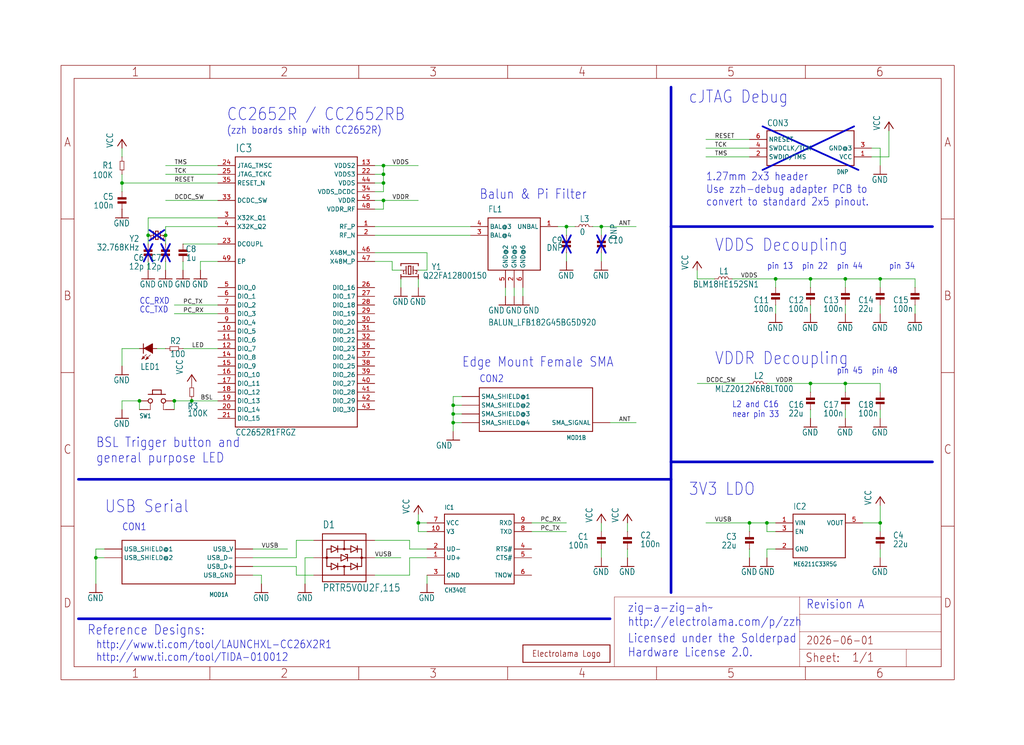
<source format=kicad_sch>
(kicad_sch (version 20230121) (generator eeschema)
  (paper "User" 298.45 217.17)
  (lib_symbols
    (symbol "working-eagle-import:32.768KHZ_Q13FC1350000400"
      (property "Reference" "Y" (at -2.54 5.08 0))
      (symbol "32.768KHZ_Q13FC1350000400_1_0"
        (text "1" (at -2.159 -1.143 0) (effects (font (size 0.8636 0.734)) (justify left bottom)))
        (text "2" (at 1.524 -1.143 0) (effects (font (size 0.8636 0.734)) (justify left bottom)))
        (pin passive line (at -2.54 0 0) (length 0) (name "1") (number "1"))
        (pin passive line (at 2.54 0 180) (length 0) (name "2") (number "2"))
      )
    )
    (symbol "working-eagle-import:48.000MHZ_CX2016DB48000C0FPLC1"
      (property "Reference" "Y" (at -2.54 5.08 0))
      (symbol "48.000MHZ_CX2016DB48000C0FPLC1_1_0"
        (text "1" (at -2.159 -1.143 0) (effects (font (size 0.8636 0.734)) (justify left bottom)))
        (text "2" (at 1.524 -1.143 0) (effects (font (size 0.8636 0.734)) (justify left bottom)))
        (pin passive line (at -2.54 0 0) (length 0) (name "1") (number "1"))
        (pin bidirectional line (at -2.54 -2.54 90) (length 0) (name "2") (number "2"))
        (pin passive line (at 2.54 0 180) (length 0) (name "3") (number "3"))
        (pin bidirectional line (at 2.54 -2.54 90) (length 0) (name "4") (number "4"))
      )
    )
    (symbol "working-eagle-import:A4L-LOC"
      (symbol "A4L-LOC_1_0"
        (text "${#}/${##}" (at 230.505 5.08 0) (effects (font (size 2.54 2.159)) (justify left bottom)))
        (text "${CURRENT_DATE}" (at 217.17 10.16 0) (effects (font (size 2.286 1.9431)) (justify left bottom)))
        (text "${PROJECTNAME}" (at 217.17 15.24 0) (effects (font (size 2.54 2.159)) (justify left bottom)))
        (text "1" (at 21.6958 1.905 0) (effects (font (size 2.54 2.286))))
        (text "1" (at 21.6958 177.165 0) (effects (font (size 2.54 2.286))))
        (text "2" (at 65.0875 1.905 0) (effects (font (size 2.54 2.286))))
        (text "2" (at 65.0875 177.165 0) (effects (font (size 2.54 2.286))))
        (text "3" (at 108.4792 1.905 0) (effects (font (size 2.54 2.286))))
        (text "3" (at 108.4792 177.165 0) (effects (font (size 2.54 2.286))))
        (text "4" (at 151.8708 1.905 0) (effects (font (size 2.54 2.286))))
        (text "4" (at 151.8708 177.165 0) (effects (font (size 2.54 2.286))))
        (text "5" (at 195.2625 1.905 0) (effects (font (size 2.54 2.286))))
        (text "5" (at 195.2625 177.165 0) (effects (font (size 2.54 2.286))))
        (text "6" (at 238.6542 1.905 0) (effects (font (size 2.54 2.286))))
        (text "6" (at 238.6542 177.165 0) (effects (font (size 2.54 2.286))))
        (text "A" (at 1.905 156.6863 0) (effects (font (size 2.54 2.286))))
        (text "A" (at 258.445 156.6863 0) (effects (font (size 2.54 2.286))))
        (text "B" (at 1.905 111.9188 0) (effects (font (size 2.54 2.286))))
        (text "B" (at 258.445 111.9188 0) (effects (font (size 2.54 2.286))))
        (text "C" (at 1.905 67.1513 0) (effects (font (size 2.54 2.286))))
        (text "C" (at 258.445 67.1513 0) (effects (font (size 2.54 2.286))))
        (text "D" (at 1.905 22.3838 0) (effects (font (size 2.54 2.286))))
        (text "D" (at 258.445 22.3838 0) (effects (font (size 2.54 2.286))))
        (text "Sheet:" (at 216.916 4.953 0) (effects (font (size 2.54 2.159)) (justify left bottom)))
      )
    )
    (symbol "working-eagle-import:BALUN_LFB182G45BG5D920"
      (property "Reference" "FL" (at -7.62 7.62 0))
      (symbol "BALUN_LFB182G45BG5D920_1_0"
        (pin bidirectional line (at 12.7 2.54 180) (length 5.08) (name "UNBAL") (number "1"))
        (pin bidirectional line (at 0 -15.24 90) (length 5.08) (name "GND@5") (number "2"))
        (pin bidirectional line (at -12.7 0 0) (length 5.08) (name "BAL@4") (number "3"))
        (pin bidirectional line (at -12.7 2.54 0) (length 5.08) (name "BAL@3") (number "4"))
        (pin bidirectional line (at -2.54 -15.24 90) (length 5.08) (name "GND@2") (number "5"))
        (pin bidirectional line (at 2.54 -15.24 90) (length 5.08) (name "GND@6") (number "6"))
      )
    )
    (symbol "working-eagle-import:CAP-0402"
      (property "Reference" "C" (at -2.54 2.54 0))
      (symbol "CAP-0402_1_0"
        (pin passive line (at -2.54 0 0) (length 0) (name "1") (number "1"))
        (pin passive line (at 2.54 0 180) (length 0) (name "2") (number "2"))
      )
    )
    (symbol "working-eagle-import:CAP-0805"
      (property "Reference" "C" (at -2.54 2.54 0))
      (symbol "CAP-0805_1_0"
        (pin passive line (at -2.54 0 0) (length 0) (name "1") (number "1"))
        (pin passive line (at 2.54 0 180) (length 0) (name "2") (number "2"))
      )
    )
    (symbol "working-eagle-import:DEBUG_CORTEX-SWD/CJTAG-5PIN-CUT5"
      (property "Reference" "CON" (at -12.7 6.35 0))
      (symbol "DEBUG_CORTEX-SWD/CJTAG-5PIN-CUT5_1_0"
        (pin bidirectional line (at 17.78 -2.54 180) (length 5.08) (name "VCC") (number "1"))
        (pin bidirectional line (at -17.78 -2.54 0) (length 5.08) (name "SWDIO/TMS") (number "2"))
        (pin bidirectional line (at 17.78 0 180) (length 5.08) (name "GND@3") (number "3"))
        (pin bidirectional line (at -17.78 0 0) (length 5.08) (name "SWDCLK/TCK") (number "4"))
        (pin bidirectional line (at -17.78 2.54 0) (length 5.08) (name "NRESET") (number "6"))
      )
    )
    (symbol "working-eagle-import:DIODE-TVS-PRTR5V0U2F{dblquote}"
      (property "Reference" "D" (at -5.08 8.255 0))
      (symbol "DIODE-TVS-PRTR5V0U2F{dblquote}_1_0"
        (pin passive line (at -7.62 5.08 0) (length 2.54) (name "1") (number "1"))
        (pin passive line (at -7.62 0 0) (length 2.54) (name "2") (number "2"))
        (pin passive line (at -7.62 -5.08 0) (length 2.54) (name "3") (number "3"))
        (pin passive line (at 10.16 -5.08 180) (length 2.54) (name "4") (number "4"))
        (pin passive line (at 10.16 0 180) (length 2.54) (name "5") (number "5"))
        (pin passive line (at 10.16 5.08 180) (length 2.54) (name "6") (number "6"))
      )
    )
    (symbol "working-eagle-import:GND" (power)
      (property "Value" "GND" (at -2.54 -2.54 0))
      (symbol "GND_1_0"
        (pin power_in line (at 0 2.54 270) (length 2.54) (name "GND") (number "1"))
      )
    )
    (symbol "working-eagle-import:INDUCTOR-0402"
      (property "Reference" "L" (at -2.54 1.27 0))
      (symbol "INDUCTOR-0402_1_0"
        (pin passive line (at -2.54 0 0) (length 0) (name "1") (number "1"))
        (pin passive line (at 2.54 0 180) (length 0) (name "2") (number "2"))
      )
    )
    (symbol "working-eagle-import:INDUCTOR-0603"
      (property "Reference" "L" (at -2.54 1.27 0))
      (symbol "INDUCTOR-0603_1_0"
        (pin passive line (at -2.54 0 0) (length 0) (name "1") (number "1"))
        (pin passive line (at 2.54 0 180) (length 0) (name "2") (number "2"))
      )
    )
    (symbol "working-eagle-import:INDUCTOR-0805"
      (property "Reference" "L" (at -2.54 1.27 0))
      (symbol "INDUCTOR-0805_1_0"
        (pin passive line (at -2.54 0 0) (length 0) (name "1") (number "1"))
        (pin passive line (at 2.54 0 180) (length 0) (name "2") (number "2"))
      )
    )
    (symbol "working-eagle-import:INTERFACE-CH340E"
      (property "Reference" "U" (at -10.16 11.43 0))
      (symbol "INTERFACE-CH340E_1_0"
        (pin bidirectional line (at -15.24 -2.54 0) (length 5.08) (name "UD+") (number "1"))
        (pin bidirectional line (at -15.24 5.08 0) (length 5.08) (name "V3") (number "10"))
        (pin bidirectional line (at -15.24 0 0) (length 5.08) (name "UD-") (number "2"))
        (pin bidirectional line (at -15.24 -7.62 0) (length 5.08) (name "GND") (number "3"))
        (pin bidirectional line (at 15.24 0 180) (length 5.08) (name "RTS#") (number "4"))
        (pin bidirectional line (at 15.24 -2.54 180) (length 5.08) (name "CTS#") (number "5"))
        (pin bidirectional line (at 15.24 -7.62 180) (length 5.08) (name "TNOW") (number "6"))
        (pin bidirectional line (at -15.24 7.62 0) (length 5.08) (name "VCC") (number "7"))
        (pin bidirectional line (at 15.24 5.08 180) (length 5.08) (name "TXD") (number "8"))
        (pin bidirectional line (at 15.24 7.62 180) (length 5.08) (name "RXD") (number "9"))
      )
    )
    (symbol "working-eagle-import:LED-0603"
      (property "Reference" "LED" (at -2.3114 3.9116 0))
      (symbol "LED-0603_1_0"
        (pin passive line (at -2.54 0 0) (length 2.54) (name "A") (number "A"))
        (pin passive line (at 2.54 0 180) (length 2.54) (name "C") (number "C"))
      )
    )
    (symbol "working-eagle-import:LOGO-ELECTROLAMA"
      (symbol "LOGO-ELECTROLAMA_1_0"
        (text "Electrolama Logo" (at 0 0 0) (effects (font (size 1.778 1.5113))))
      )
    )
    (symbol "working-eagle-import:POWER-LDO-ME6211C33R5G"
      (property "Reference" "IC" (at -7.62 6.35 0))
      (symbol "POWER-LDO-ME6211C33R5G_1_0"
        (pin bidirectional line (at -12.7 2.54 0) (length 5.08) (name "VIN") (number "1"))
        (pin bidirectional line (at -12.7 -5.08 0) (length 5.08) (name "GND") (number "2"))
        (pin bidirectional line (at -12.7 0 0) (length 5.08) (name "EN") (number "3"))
        (pin bidirectional line (at 12.7 2.54 180) (length 5.08) (name "VOUT") (number "5"))
      )
    )
    (symbol "working-eagle-import:PUSHBUTTON-K2-1177SW-D4DW-06"
      (property "Reference" "SW" (at 3.175 3.175 0))
      (symbol "PUSHBUTTON-K2-1177SW-D4DW-06_1_0"
        (pin bidirectional line (at -5.08 0 0) (length 2.54) (name "1_1") (number "1"))
        (pin bidirectional line (at -5.08 -2.54 0) (length 2.54) (name "1_2") (number "2"))
        (pin bidirectional line (at 5.08 0 180) (length 2.54) (name "2_1") (number "3"))
        (pin bidirectional line (at 5.08 -2.54 180) (length 2.54) (name "2_2") (number "4"))
      )
    )
    (symbol "working-eagle-import:RES-0402"
      (property "Reference" "R" (at -2.54 1.27 0))
      (symbol "RES-0402_1_0"
        (pin passive line (at -2.54 0 0) (length 0) (name "1") (number "1"))
        (pin passive line (at 2.54 0 180) (length 0) (name "2") (number "2"))
      )
    )
    (symbol "working-eagle-import:VCC" (power)
      (property "Value" "VCC" (at -2.54 -2.54 90))
      (symbol "VCC_1_0"
        (pin power_in line (at 0 -2.54 90) (length 2.54) (name "VCC") (number "1"))
      )
    )
    (symbol "working-eagle-import:WMCU-CC2652R1FRGZ"
      (property "Reference" "IC" (at -17.78 39.37 0))
      (symbol "WMCU-CC2652R1FRGZ_1_0"
        (pin bidirectional line (at 22.86 17.78 180) (length 5.08) (name "RF_P") (number "1"))
        (pin bidirectional line (at -22.86 -12.7 0) (length 5.08) (name "DIO_5") (number "10"))
        (pin bidirectional line (at -22.86 -15.24 0) (length 5.08) (name "DIO_6") (number "11"))
        (pin bidirectional line (at -22.86 -17.78 0) (length 5.08) (name "DIO_7") (number "12"))
        (pin bidirectional line (at 22.86 35.56 180) (length 5.08) (name "VDDS2") (number "13"))
        (pin bidirectional line (at -22.86 -20.32 0) (length 5.08) (name "DIO_8") (number "14"))
        (pin bidirectional line (at -22.86 -22.86 0) (length 5.08) (name "DIO_9") (number "15"))
        (pin bidirectional line (at -22.86 -25.4 0) (length 5.08) (name "DIO_10") (number "16"))
        (pin bidirectional line (at -22.86 -27.94 0) (length 5.08) (name "DIO_11") (number "17"))
        (pin bidirectional line (at -22.86 -30.48 0) (length 5.08) (name "DIO_12") (number "18"))
        (pin bidirectional line (at -22.86 -33.02 0) (length 5.08) (name "DIO_13") (number "19"))
        (pin bidirectional line (at 22.86 15.24 180) (length 5.08) (name "RF_N") (number "2"))
        (pin bidirectional line (at -22.86 -35.56 0) (length 5.08) (name "DIO_14") (number "20"))
        (pin bidirectional line (at -22.86 -38.1 0) (length 5.08) (name "DIO_15") (number "21"))
        (pin bidirectional line (at 22.86 33.02 180) (length 5.08) (name "VDDS3") (number "22"))
        (pin bidirectional line (at -22.86 12.7 0) (length 5.08) (name "DCOUPL") (number "23"))
        (pin bidirectional line (at -22.86 35.56 0) (length 5.08) (name "JTAG_TMSC") (number "24"))
        (pin bidirectional line (at -22.86 33.02 0) (length 5.08) (name "JTAG_TCKC") (number "25"))
        (pin bidirectional line (at 22.86 0 180) (length 5.08) (name "DIO_16") (number "26"))
        (pin bidirectional line (at 22.86 -2.54 180) (length 5.08) (name "DIO_17") (number "27"))
        (pin bidirectional line (at 22.86 -5.08 180) (length 5.08) (name "DIO_18") (number "28"))
        (pin bidirectional line (at 22.86 -7.62 180) (length 5.08) (name "DIO_19") (number "29"))
        (pin bidirectional line (at -22.86 20.32 0) (length 5.08) (name "X32K_Q1") (number "3"))
        (pin bidirectional line (at 22.86 -10.16 180) (length 5.08) (name "DIO_20") (number "30"))
        (pin bidirectional line (at 22.86 -12.7 180) (length 5.08) (name "DIO_21") (number "31"))
        (pin bidirectional line (at 22.86 -15.24 180) (length 5.08) (name "DIO_22") (number "32"))
        (pin bidirectional line (at -22.86 25.4 0) (length 5.08) (name "DCDC_SW") (number "33"))
        (pin bidirectional line (at 22.86 27.94 180) (length 5.08) (name "VDDS_DCDC") (number "34"))
        (pin bidirectional line (at -22.86 30.48 0) (length 5.08) (name "RESET_N") (number "35"))
        (pin bidirectional line (at 22.86 -17.78 180) (length 5.08) (name "DIO_23") (number "36"))
        (pin bidirectional line (at 22.86 -20.32 180) (length 5.08) (name "DIO_24") (number "37"))
        (pin bidirectional line (at 22.86 -22.86 180) (length 5.08) (name "DIO_25") (number "38"))
        (pin bidirectional line (at 22.86 -25.4 180) (length 5.08) (name "DIO_26") (number "39"))
        (pin bidirectional line (at -22.86 17.78 0) (length 5.08) (name "X32K_Q2") (number "4"))
        (pin bidirectional line (at 22.86 -27.94 180) (length 5.08) (name "DIO_27") (number "40"))
        (pin bidirectional line (at 22.86 -30.48 180) (length 5.08) (name "DIO_28") (number "41"))
        (pin bidirectional line (at 22.86 -33.02 180) (length 5.08) (name "DIO_29") (number "42"))
        (pin bidirectional line (at 22.86 -35.56 180) (length 5.08) (name "DIO_30") (number "43"))
        (pin bidirectional line (at 22.86 30.48 180) (length 5.08) (name "VDDS") (number "44"))
        (pin bidirectional line (at 22.86 25.4 180) (length 5.08) (name "VDDR") (number "45"))
        (pin bidirectional line (at 22.86 10.16 180) (length 5.08) (name "X48M_N") (number "46"))
        (pin bidirectional line (at 22.86 7.62 180) (length 5.08) (name "X48M_P") (number "47"))
        (pin bidirectional line (at 22.86 22.86 180) (length 5.08) (name "VDDR_RF") (number "48"))
        (pin bidirectional line (at -22.86 7.62 0) (length 5.08) (name "EP") (number "49"))
        (pin bidirectional line (at -22.86 0 0) (length 5.08) (name "DIO_0") (number "5"))
        (pin bidirectional line (at -22.86 -2.54 0) (length 5.08) (name "DIO_1") (number "6"))
        (pin bidirectional line (at -22.86 -5.08 0) (length 5.08) (name "DIO_2") (number "7"))
        (pin bidirectional line (at -22.86 -7.62 0) (length 5.08) (name "DIO_3") (number "8"))
        (pin bidirectional line (at -22.86 -10.16 0) (length 5.08) (name "DIO_4") (number "9"))
      )
    )
    (symbol "working-eagle-import:ZZH_MODULE"
      (property "Reference" "MOD" (at -17.78 6.35 0))
      (symbol "ZZH_MODULE_1_0"
        (pin bidirectional line (at 20.32 -2.54 180) (length 5.08) (name "USB_D+") (number "USB_D+"))
        (pin bidirectional line (at 20.32 0 180) (length 5.08) (name "USB_D-") (number "USB_D-"))
        (pin bidirectional line (at 20.32 -5.08 180) (length 5.08) (name "USB_GND") (number "USB_GND"))
        (pin bidirectional line (at -22.86 2.54 0) (length 5.08) (name "USB_SHIELD@1") (number "USB_SHIELD_1"))
        (pin bidirectional line (at -22.86 0 0) (length 5.08) (name "USB_SHIELD@2") (number "USB_SHIELD_2"))
        (pin bidirectional line (at 20.32 2.54 180) (length 5.08) (name "USB_V") (number "USB_V"))
      )
      (symbol "ZZH_MODULE_2_0"
        (pin bidirectional line (at -22.86 2.54 0) (length 5.08) (name "SMA_SHIELD@1") (number "SMA_SHIELD_1"))
        (pin bidirectional line (at -22.86 0 0) (length 5.08) (name "SMA_SHIELD@2") (number "SMA_SHIELD_2"))
        (pin bidirectional line (at -22.86 -2.54 0) (length 5.08) (name "SMA_SHIELD@3") (number "SMA_SHIELD_3"))
        (pin bidirectional line (at -22.86 -5.08 0) (length 5.08) (name "SMA_SHIELD@4") (number "SMA_SHIELD_4"))
        (pin bidirectional line (at 20.32 -5.08 180) (length 5.08) (name "SMA_SIGNAL") (number "SMA_SIGNAL"))
      )
    )
  )
  (junction (at 256.54 81.28))
  (junction (at 165.1 66.04))
  (junction (at 111.76 50.8))
  (junction (at 121.92 152.4))
  (junction (at 48.26 68.58))
  (junction (at 43.18 68.58))
  (junction (at 111.76 53.34))
  (junction (at 50.8 116.84))
  (junction (at 236.22 111.76))
  (junction (at 40.64 116.84))
  (junction (at 132.08 120.65))
  (junction (at 27.94 162.56))
  (junction (at 175.26 66.04))
  (junction (at 132.08 118.11))
  (junction (at 35.56 53.34))
  (junction (at 223.52 152.4))
  (junction (at 132.08 123.19))
  (junction (at 256.54 152.4))
  (junction (at 111.76 48.26))
  (junction (at 226.06 81.28))
  (junction (at 246.38 81.28))
  (junction (at 246.38 111.76))
  (junction (at 218.44 152.4))
  (junction (at 55.88 116.84))
  (junction (at 111.76 58.42))
  (junction (at 236.22 81.28))
  (wire (pts (xy 86.36 162.56) (xy 86.36 157.48)) (stroke (width 0.1524)))
  (wire (pts (xy 40.64 119.38) (xy 40.64 116.84)) (stroke (width 0.1524)))
  (polyline (pts (xy 195.58 66.04) (xy 195.58 134.62)) (stroke (width 0.762) (type solid)))
  (wire (pts (xy 137.16 66.04) (xy 109.22 66.04)) (stroke (width 0.1524)))
  (wire (pts (xy 134.62 120.65) (xy 132.08 120.65)) (stroke (width 0.1524)))
  (wire (pts (xy 218.44 152.4) (xy 205.74 152.4)) (stroke (width 0.1524)))
  (polyline (pts (xy 166.37 68.58) (xy 163.83 73.66)) (stroke (width 0.508) (type solid)))
  (wire (pts (xy 121.92 154.94) (xy 121.92 152.4)) (stroke (width 0.1524)))
  (wire (pts (xy 58.42 78.74) (xy 58.42 76.2)) (stroke (width 0.1524)))
  (wire (pts (xy 256.54 111.76) (xy 256.54 114.3)) (stroke (width 0.1524)))
  (wire (pts (xy 124.46 73.66) (xy 124.46 78.74)) (stroke (width 0.1524)))
  (polyline (pts (xy 41.91 71.12) (xy 44.45 76.2)) (stroke (width 0.508) (type solid)))
  (wire (pts (xy 236.22 111.76) (xy 246.38 111.76)) (stroke (width 0.1524)))
  (polyline (pts (xy 173.99 68.58) (xy 176.53 73.66)) (stroke (width 0.508) (type solid)))
  (wire (pts (xy 266.7 81.28) (xy 266.7 83.82)) (stroke (width 0.1524)))
  (wire (pts (xy 109.22 53.34) (xy 111.76 53.34)) (stroke (width 0.1524)))
  (wire (pts (xy 116.84 83.82) (xy 116.84 81.28)) (stroke (width 0.1524)))
  (wire (pts (xy 63.5 71.12) (xy 53.34 71.12)) (stroke (width 0.1524)))
  (wire (pts (xy 223.52 152.4) (xy 226.06 152.4)) (stroke (width 0.1524)))
  (wire (pts (xy 203.2 81.28) (xy 203.2 78.74)) (stroke (width 0.1524)))
  (wire (pts (xy 91.44 162.56) (xy 88.9 162.56)) (stroke (width 0.1524)))
  (wire (pts (xy 251.46 152.4) (xy 256.54 152.4)) (stroke (width 0.1524)))
  (wire (pts (xy 132.08 120.65) (xy 132.08 123.19)) (stroke (width 0.1524)))
  (wire (pts (xy 48.26 76.2) (xy 48.26 78.74)) (stroke (width 0.1524)))
  (polyline (pts (xy 47.879 67.056) (xy 43.561 70.104)) (stroke (width 0.508) (type solid)))
  (wire (pts (xy 27.94 162.56) (xy 27.94 170.18)) (stroke (width 0.1524)))
  (polyline (pts (xy 195.58 134.62) (xy 271.78 134.62)) (stroke (width 0.762) (type solid)))
  (polyline (pts (xy 49.53 71.12) (xy 46.99 76.2)) (stroke (width 0.508) (type solid)))
  (polyline (pts (xy 195.58 25.4) (xy 195.58 66.04)) (stroke (width 0.762) (type solid)))
  (wire (pts (xy 236.22 114.3) (xy 236.22 111.76)) (stroke (width 0.1524)))
  (wire (pts (xy 119.38 157.48) (xy 119.38 160.02)) (stroke (width 0.1524)))
  (wire (pts (xy 236.22 91.44) (xy 236.22 88.9)) (stroke (width 0.1524)))
  (wire (pts (xy 213.36 81.28) (xy 226.06 81.28)) (stroke (width 0.1524)))
  (wire (pts (xy 208.28 81.28) (xy 203.2 81.28)) (stroke (width 0.1524)))
  (wire (pts (xy 218.44 45.72) (xy 205.74 45.72)) (stroke (width 0.1524)))
  (wire (pts (xy 149.86 86.36) (xy 149.86 83.82)) (stroke (width 0.1524)))
  (wire (pts (xy 152.4 86.36) (xy 152.4 83.82)) (stroke (width 0.1524)))
  (wire (pts (xy 73.66 162.56) (xy 86.36 162.56)) (stroke (width 0.1524)))
  (wire (pts (xy 266.7 91.44) (xy 266.7 88.9)) (stroke (width 0.1524)))
  (wire (pts (xy 218.44 111.76) (xy 203.2 111.76)) (stroke (width 0.1524)))
  (wire (pts (xy 218.44 40.64) (xy 205.74 40.64)) (stroke (width 0.1524)))
  (wire (pts (xy 88.9 162.56) (xy 88.9 170.18)) (stroke (width 0.1524)))
  (wire (pts (xy 45.72 101.6) (xy 48.26 101.6)) (stroke (width 0.1524)))
  (wire (pts (xy 226.06 81.28) (xy 236.22 81.28)) (stroke (width 0.1524)))
  (wire (pts (xy 124.46 154.94) (xy 121.92 154.94)) (stroke (width 0.1524)))
  (wire (pts (xy 256.54 83.82) (xy 256.54 81.28)) (stroke (width 0.1524)))
  (polyline (pts (xy 44.45 71.12) (xy 41.91 76.2)) (stroke (width 0.508) (type solid)))
  (wire (pts (xy 63.5 91.44) (xy 50.8 91.44)) (stroke (width 0.1524)))
  (polyline (pts (xy 22.86 139.7) (xy 195.58 139.7)) (stroke (width 0.762) (type solid)))
  (polyline (pts (xy 176.53 68.58) (xy 173.99 73.66)) (stroke (width 0.508) (type solid)))
  (wire (pts (xy 43.18 71.12) (xy 43.18 68.58)) (stroke (width 0.1524)))
  (wire (pts (xy 134.62 118.11) (xy 132.08 118.11)) (stroke (width 0.1524)))
  (wire (pts (xy 116.84 78.74) (xy 114.3 78.74)) (stroke (width 0.1524)))
  (polyline (pts (xy 222.25 36.83) (xy 250.19 49.53)) (stroke (width 0.508) (type solid)))
  (wire (pts (xy 182.88 152.4) (xy 182.88 154.94)) (stroke (width 0.1524)))
  (wire (pts (xy 55.88 116.84) (xy 63.5 116.84)) (stroke (width 0.1524)))
  (wire (pts (xy 175.26 68.58) (xy 175.26 66.04)) (stroke (width 0.1524)))
  (wire (pts (xy 35.56 101.6) (xy 35.56 106.68)) (stroke (width 0.1524)))
  (wire (pts (xy 111.76 55.88) (xy 111.76 53.34)) (stroke (width 0.1524)))
  (wire (pts (xy 114.3 78.74) (xy 114.3 76.2)) (stroke (width 0.1524)))
  (wire (pts (xy 111.76 50.8) (xy 111.76 48.26)) (stroke (width 0.1524)))
  (wire (pts (xy 43.18 76.2) (xy 43.18 78.74)) (stroke (width 0.1524)))
  (polyline (pts (xy 46.99 71.12) (xy 49.53 76.2)) (stroke (width 0.508) (type solid)))
  (wire (pts (xy 154.94 152.4) (xy 165.1 152.4)) (stroke (width 0.1524)))
  (wire (pts (xy 256.54 81.28) (xy 266.7 81.28)) (stroke (width 0.1524)))
  (wire (pts (xy 63.5 88.9) (xy 50.8 88.9)) (stroke (width 0.1524)))
  (wire (pts (xy 119.38 160.02) (xy 124.46 160.02)) (stroke (width 0.1524)))
  (wire (pts (xy 114.3 76.2) (xy 109.22 76.2)) (stroke (width 0.1524)))
  (wire (pts (xy 86.36 165.1) (xy 86.36 167.64)) (stroke (width 0.1524)))
  (wire (pts (xy 185.42 66.04) (xy 175.26 66.04)) (stroke (width 0.1524)))
  (wire (pts (xy 109.22 60.96) (xy 111.76 60.96)) (stroke (width 0.1524)))
  (wire (pts (xy 259.08 45.72) (xy 259.08 38.1)) (stroke (width 0.1524)))
  (wire (pts (xy 58.42 76.2) (xy 63.5 76.2)) (stroke (width 0.1524)))
  (wire (pts (xy 246.38 121.92) (xy 246.38 119.38)) (stroke (width 0.1524)))
  (wire (pts (xy 218.44 154.94) (xy 218.44 152.4)) (stroke (width 0.1524)))
  (wire (pts (xy 218.44 43.18) (xy 205.74 43.18)) (stroke (width 0.1524)))
  (wire (pts (xy 109.22 162.56) (xy 116.84 162.56)) (stroke (width 0.1524)))
  (wire (pts (xy 256.54 160.02) (xy 256.54 162.56)) (stroke (width 0.1524)))
  (polyline (pts (xy 195.58 139.7) (xy 195.58 172.72)) (stroke (width 0.762) (type solid)))
  (wire (pts (xy 175.26 76.2) (xy 175.26 73.66)) (stroke (width 0.1524)))
  (wire (pts (xy 35.56 50.8) (xy 35.56 53.34)) (stroke (width 0.1524)))
  (wire (pts (xy 48.26 71.12) (xy 48.26 68.58)) (stroke (width 0.1524)))
  (wire (pts (xy 76.2 167.64) (xy 76.2 170.18)) (stroke (width 0.1524)))
  (wire (pts (xy 172.72 66.04) (xy 175.26 66.04)) (stroke (width 0.1524)))
  (wire (pts (xy 43.18 63.5) (xy 43.18 68.58)) (stroke (width 0.1524)))
  (wire (pts (xy 223.52 160.02) (xy 223.52 162.56)) (stroke (width 0.1524)))
  (wire (pts (xy 137.16 68.58) (xy 109.22 68.58)) (stroke (width 0.1524)))
  (wire (pts (xy 124.46 162.56) (xy 119.38 162.56)) (stroke (width 0.1524)))
  (wire (pts (xy 218.44 160.02) (xy 218.44 162.56)) (stroke (width 0.1524)))
  (polyline (pts (xy 222.25 49.53) (xy 248.92 36.83)) (stroke (width 0.508) (type solid)))
  (wire (pts (xy 226.06 83.82) (xy 226.06 81.28)) (stroke (width 0.1524)))
  (wire (pts (xy 53.34 76.2) (xy 53.34 78.74)) (stroke (width 0.1524)))
  (wire (pts (xy 86.36 167.64) (xy 91.44 167.64)) (stroke (width 0.1524)))
  (wire (pts (xy 246.38 114.3) (xy 246.38 111.76)) (stroke (width 0.1524)))
  (wire (pts (xy 223.52 111.76) (xy 236.22 111.76)) (stroke (width 0.1524)))
  (wire (pts (xy 63.5 48.26) (xy 48.26 48.26)) (stroke (width 0.1524)))
  (wire (pts (xy 30.48 162.56) (xy 27.94 162.56)) (stroke (width 0.1524)))
  (wire (pts (xy 109.22 48.26) (xy 111.76 48.26)) (stroke (width 0.1524)))
  (wire (pts (xy 109.22 55.88) (xy 111.76 55.88)) (stroke (width 0.1524)))
  (wire (pts (xy 167.64 66.04) (xy 165.1 66.04)) (stroke (width 0.1524)))
  (wire (pts (xy 246.38 111.76) (xy 256.54 111.76)) (stroke (width 0.1524)))
  (wire (pts (xy 226.06 91.44) (xy 226.06 88.9)) (stroke (width 0.1524)))
  (wire (pts (xy 27.94 160.02) (xy 27.94 162.56)) (stroke (width 0.1524)))
  (wire (pts (xy 53.34 101.6) (xy 63.5 101.6)) (stroke (width 0.1524)))
  (wire (pts (xy 226.06 154.94) (xy 223.52 154.94)) (stroke (width 0.1524)))
  (wire (pts (xy 256.54 43.18) (xy 256.54 48.26)) (stroke (width 0.1524)))
  (polyline (pts (xy 163.83 68.58) (xy 166.37 73.66)) (stroke (width 0.508) (type solid)))
  (wire (pts (xy 165.1 68.58) (xy 165.1 66.04)) (stroke (width 0.1524)))
  (wire (pts (xy 254 45.72) (xy 259.08 45.72)) (stroke (width 0.1524)))
  (wire (pts (xy 124.46 152.4) (xy 121.92 152.4)) (stroke (width 0.1524)))
  (wire (pts (xy 109.22 50.8) (xy 111.76 50.8)) (stroke (width 0.1524)))
  (wire (pts (xy 236.22 83.82) (xy 236.22 81.28)) (stroke (width 0.1524)))
  (wire (pts (xy 63.5 53.34) (xy 35.56 53.34)) (stroke (width 0.1524)))
  (wire (pts (xy 121.92 83.82) (xy 121.92 81.28)) (stroke (width 0.1524)))
  (wire (pts (xy 147.32 86.36) (xy 147.32 83.82)) (stroke (width 0.1524)))
  (wire (pts (xy 63.5 63.5) (xy 43.18 63.5)) (stroke (width 0.1524)))
  (wire (pts (xy 124.46 167.64) (xy 124.46 170.18)) (stroke (width 0.1524)))
  (wire (pts (xy 73.66 160.02) (xy 83.82 160.02)) (stroke (width 0.1524)))
  (wire (pts (xy 35.56 53.34) (xy 35.56 55.88)) (stroke (width 0.1524)))
  (wire (pts (xy 35.56 116.84) (xy 35.56 119.38)) (stroke (width 0.1524)))
  (wire (pts (xy 134.62 115.57) (xy 132.08 115.57)) (stroke (width 0.1524)))
  (wire (pts (xy 256.54 147.32) (xy 256.54 152.4)) (stroke (width 0.1524)))
  (wire (pts (xy 165.1 76.2) (xy 165.1 73.66)) (stroke (width 0.1524)))
  (wire (pts (xy 63.5 58.42) (xy 48.26 58.42)) (stroke (width 0.1524)))
  (wire (pts (xy 165.1 66.04) (xy 162.56 66.04)) (stroke (width 0.1524)))
  (wire (pts (xy 40.64 101.6) (xy 35.56 101.6)) (stroke (width 0.1524)))
  (wire (pts (xy 226.06 160.02) (xy 223.52 160.02)) (stroke (width 0.1524)))
  (wire (pts (xy 256.54 91.44) (xy 256.54 88.9)) (stroke (width 0.1524)))
  (wire (pts (xy 48.26 66.04) (xy 48.26 68.58)) (stroke (width 0.1524)))
  (wire (pts (xy 175.26 152.4) (xy 175.26 154.94)) (stroke (width 0.1524)))
  (polyline (pts (xy 43.561 67.056) (xy 47.879 70.104)) (stroke (width 0.508) (type solid)))
  (wire (pts (xy 134.62 123.19) (xy 132.08 123.19)) (stroke (width 0.1524)))
  (wire (pts (xy 121.92 152.4) (xy 121.92 149.86)) (stroke (width 0.1524)))
  (wire (pts (xy 73.66 165.1) (xy 86.36 165.1)) (stroke (width 0.1524)))
  (wire (pts (xy 132.08 123.19) (xy 132.08 125.73)) (stroke (width 0.1524)))
  (polyline (pts (xy 195.58 134.62) (xy 195.58 139.7)) (stroke (width 0.762) (type solid)))
  (wire (pts (xy 177.8 123.19) (xy 185.42 123.19)) (stroke (width 0.1524)))
  (wire (pts (xy 35.56 43.18) (xy 35.56 45.72)) (stroke (width 0.1524)))
  (wire (pts (xy 30.48 160.02) (xy 27.94 160.02)) (stroke (width 0.1524)))
  (wire (pts (xy 111.76 60.96) (xy 111.76 58.42)) (stroke (width 0.1524)))
  (wire (pts (xy 175.26 162.56) (xy 175.26 160.02)) (stroke (width 0.1524)))
  (wire (pts (xy 111.76 48.26) (xy 121.92 48.26)) (stroke (width 0.1524)))
  (wire (pts (xy 50.8 116.84) (xy 55.88 116.84)) (stroke (width 0.1524)))
  (wire (pts (xy 182.88 162.56) (xy 182.88 160.02)) (stroke (width 0.1524)))
  (wire (pts (xy 124.46 78.74) (xy 121.92 78.74)) (stroke (width 0.1524)))
  (wire (pts (xy 132.08 115.57) (xy 132.08 118.11)) (stroke (width 0.1524)))
  (wire (pts (xy 223.52 154.94) (xy 223.52 152.4)) (stroke (width 0.1524)))
  (wire (pts (xy 63.5 66.04) (xy 48.26 66.04)) (stroke (width 0.1524)))
  (wire (pts (xy 246.38 91.44) (xy 246.38 88.9)) (stroke (width 0.1524)))
  (wire (pts (xy 119.38 162.56) (xy 119.38 167.64)) (stroke (width 0.1524)))
  (wire (pts (xy 50.8 119.38) (xy 50.8 116.84)) (stroke (width 0.1524)))
  (wire (pts (xy 256.54 152.4) (xy 256.54 154.94)) (stroke (width 0.1524)))
  (polyline (pts (xy 22.86 180.34) (xy 177.8 180.34)) (stroke (width 0.762) (type solid)))
  (wire (pts (xy 109.22 58.42) (xy 111.76 58.42)) (stroke (width 0.1524)))
  (wire (pts (xy 73.66 167.64) (xy 76.2 167.64)) (stroke (width 0.1524)))
  (wire (pts (xy 132.08 118.11) (xy 132.08 120.65)) (stroke (width 0.1524)))
  (wire (pts (xy 109.22 157.48) (xy 119.38 157.48)) (stroke (width 0.1524)))
  (wire (pts (xy 40.64 116.84) (xy 35.56 116.84)) (stroke (width 0.1524)))
  (wire (pts (xy 236.22 121.92) (xy 236.22 119.38)) (stroke (width 0.1524)))
  (wire (pts (xy 236.22 81.28) (xy 246.38 81.28)) (stroke (width 0.1524)))
  (wire (pts (xy 256.54 121.92) (xy 256.54 119.38)) (stroke (width 0.1524)))
  (wire (pts (xy 86.36 157.48) (xy 91.44 157.48)) (stroke (width 0.1524)))
  (wire (pts (xy 109.22 73.66) (xy 124.46 73.66)) (stroke (width 0.1524)))
  (wire (pts (xy 111.76 53.34) (xy 111.76 50.8)) (stroke (width 0.1524)))
  (polyline (pts (xy 195.58 66.04) (xy 271.78 66.04)) (stroke (width 0.762) (type solid)))
  (wire (pts (xy 246.38 83.82) (xy 246.38 81.28)) (stroke (width 0.1524)))
  (wire (pts (xy 246.38 81.28) (xy 256.54 81.28)) (stroke (width 0.1524)))
  (wire (pts (xy 256.54 43.18) (xy 254 43.18)) (stroke (width 0.1524)))
  (wire (pts (xy 111.76 58.42) (xy 121.92 58.42)) (stroke (width 0.1524)))
  (wire (pts (xy 109.22 167.64) (xy 119.38 167.64)) (stroke (width 0.1524)))
  (wire (pts (xy 63.5 50.8) (xy 48.26 50.8)) (stroke (width 0.1524)))
  (wire (pts (xy 218.44 152.4) (xy 223.52 152.4)) (stroke (width 0.1524)))
  (wire (pts (xy 154.94 154.94) (xy 165.1 154.94)) (stroke (width 0.1524)))
  (text "BSL Trigger button and\ngeneral purpose LED" (at 27.94 135.255 0) (effects (font (size 2.794 2.3749)) (justify left bottom)))
  (text "pin 34" (at 259.08 78.74 0) (effects (font (size 1.778 1.5113)) (justify left bottom)))
  (text "Reference Designs:" (at 25.4 185.42 0) (effects (font (size 2.794 2.3749)) (justify left bottom)))
  (text "CC2652R / CC2652RB" (at 66.04 35.56 0) (effects (font (size 3.556 3.0226)) (justify left bottom)))
  (text "pin 48" (at 254 109.22 0) (effects (font (size 1.778 1.5113)) (justify left bottom)))
  (text "pin 22" (at 233.68 78.74 0) (effects (font (size 1.778 1.5113)) (justify left bottom)))
  (text "CON2" (at 139.7 111.76 0) (effects (font (size 2.032 1.7272)) (justify left bottom)))
  (text "pin 44" (at 243.84 78.74 0) (effects (font (size 1.778 1.5113)) (justify left bottom)))
  (text "Licensed under the Solderpad\nHardware License 2.0." (at 182.88 191.77 0) (effects (font (size 2.54 2.159)) (justify left bottom)))
  (text "3V3 LDO" (at 200.66 144.78 0) (effects (font (size 3.556 3.0226)) (justify left bottom)))
  (text "CC_TXD" (at 40.64 91.44 0) (effects (font (size 1.778 1.5113)) (justify left bottom)))
  (text "1.27mm 2x3 header\nUse zzh-debug adapter PCB to\nconvert to standard 2x5 pinout." (at 205.74 60.325 0) (effects (font (size 2.286 1.9431)) (justify left bottom)))
  (text "VDDR Decoupling" (at 208.28 106.68 0) (effects (font (size 3.556 3.0226)) (justify left bottom)))
  (text "CON1" (at 35.56 154.94 0) (effects (font (size 2.032 1.7272)) (justify left bottom)))
  (text "http://www.ti.com/tool/LAUNCHXL-CC26X2R1\nhttp://www.ti.com/tool/TIDA-010012" (at 27.94 193.04 0) (effects (font (size 2.286 1.9431)) (justify left bottom)))
  (text "Revision A" (at 234.95 177.8 0) (effects (font (size 2.54 2.159)) (justify left bottom)))
  (text "Edge Mount Female SMA" (at 134.62 107.315 0) (effects (font (size 2.794 2.3749)) (justify left bottom)))
  (text "pin 45" (at 243.84 109.22 0) (effects (font (size 1.778 1.5113)) (justify left bottom)))
  (text "(zzh boards ship with CC2652R)" (at 66.04 39.37 0) (effects (font (size 2.1336 1.8135)) (justify left bottom)))
  (text "USB Serial" (at 30.48 149.86 0) (effects (font (size 3.556 3.0226)) (justify left bottom)))
  (text "CC_RXD" (at 40.64 88.9 0) (effects (font (size 1.778 1.5113)) (justify left bottom)))
  (text "zig-a-zig-ah~\nhttp://electrolama.com/p/zzh" (at 182.88 182.88 0) (effects (font (size 2.54 2.159)) (justify left bottom)))
  (text "pin 13" (at 223.52 78.74 0) (effects (font (size 1.778 1.5113)) (justify left bottom)))
  (text "L2 and C16\nnear pin 33" (at 213.36 121.92 0) (effects (font (size 1.778 1.5113)) (justify left bottom)))
  (text "VDDS Decoupling" (at 208.28 73.66 0) (effects (font (size 3.556 3.0226)) (justify left bottom)))
  (text "Balun & Pi Filter" (at 139.7 58.42 0) (effects (font (size 2.794 2.3749)) (justify left bottom)))
  (text "cJTAG Debug" (at 200.66 30.48 0) (effects (font (size 3.556 3.0226)) (justify left bottom)))
  (label "RESET" (at 208.28 40.64 0) (effects (font (size 1.2446 1.2446))))
  (label "TCK" (at 208.28 43.18 0) (effects (font (size 1.2446 1.2446))))
  (label "TMS" (at 208.28 45.72 0) (effects (font (size 1.2446 1.2446))))
  (label "TMS" (at 50.8 48.26 0) (effects (font (size 1.2446 1.2446))))
  (label "PC_TX" (at 53.34 88.9 0) (effects (font (size 1.2446 1.2446))))
  (label "VUSB" (at 109.22 162.56 0) (effects (font (size 1.2446 1.2446))))
  (label "RESET" (at 50.8 53.34 0) (effects (font (size 1.2446 1.2446))))
  (label "VDDR" (at 114.3 58.42 0) (effects (font (size 1.2446 1.2446))))
  (label "ANT" (at 180.34 123.19 0) (effects (font (size 1.2446 1.2446))))
  (label "VDDR" (at 226.06 111.76 0) (effects (font (size 1.2446 1.2446))))
  (label "PC_RX" (at 157.48 152.4 0) (effects (font (size 1.2446 1.2446))))
  (label "DCDC_SW" (at 205.74 111.76 0) (effects (font (size 1.2446 1.2446))))
  (label "DCDC_SW" (at 50.8 58.42 0) (effects (font (size 1.2446 1.2446))))
  (label "PC_TX" (at 157.48 154.94 0) (effects (font (size 1.2446 1.2446))))
  (label "VDDS" (at 215.9 81.28 0) (effects (font (size 1.2446 1.2446))))
  (label "TCK" (at 50.8 50.8 0) (effects (font (size 1.2446 1.2446))))
  (label "VDDS" (at 114.3 48.26 0) (effects (font (size 1.2446 1.2446))))
  (label "BSL" (at 58.42 116.84 0) (effects (font (size 1.2446 1.2446))))
  (label "VUSB" (at 76.2 160.02 0) (effects (font (size 1.2446 1.2446))))
  (label "PC_RX" (at 53.34 91.44 0) (effects (font (size 1.2446 1.2446))))
  (label "ANT" (at 180.34 66.04 0) (effects (font (size 1.2446 1.2446))))
  (label "VUSB" (at 208.28 152.4 0) (effects (font (size 1.2446 1.2446))))
  (label "LED" (at 55.88 101.6 0) (effects (font (size 1.2446 1.2446))))
  (symbol (lib_id "working-eagle-import:VCC") (at 35.56 40.64 0) (unit 1)
    (property "Reference" "#P+3" (effects hide))
    (property "Value" "VCC" (at 33.02 43.18 90) (effects (font (size 1.778 1.5113)) (justify left bottom)))
  )
  (symbol (lib_id "working-eagle-import:CAP-0402") (at 48.26 73.66 90) (unit 1)
    (property "Reference" "C7" (at 47.117 74.1426 90) (effects (font (size 1.778 1.5113)) (justify left bottom)))
    (property "Value" "12p" (at 47.117 76.6826 90) (effects (font (size 1.778 1.5113)) (justify left bottom)))
    (property "Footprint" "working:_PKG_C_0402" (effects hide))
  )
  (symbol (lib_id "working-eagle-import:GND") (at 175.26 165.1 0) (unit 1)
    (property "Reference" "#GND28" (effects hide))
    (property "Value" "GND" (at 172.72 167.64 0) (effects (font (size 1.778 1.5113)) (justify left bottom)))
  )
  (symbol (lib_id "working-eagle-import:CAP-0402") (at 43.18 73.66 90) (unit 1)
    (property "Reference" "C6" (at 42.037 74.1426 90) (effects (font (size 1.778 1.5113)) (justify left bottom)))
    (property "Value" "12p" (at 42.037 76.6826 90) (effects (font (size 1.778 1.5113)) (justify left bottom)))
    (property "Footprint" "working:_PKG_C_0402" (effects hide))
  )
  (symbol (lib_id "working-eagle-import:CAP-0402") (at 35.56 58.42 90) (unit 1)
    (property "Reference" "C5" (at 33.147 56.3626 90) (effects (font (size 1.778 1.5113)) (justify left bottom)))
    (property "Value" "100n" (at 33.147 58.9026 90) (effects (font (size 1.778 1.5113)) (justify left bottom)))
    (property "Footprint" "working:_PKG_C_0402" (effects hide))
  )
  (symbol (lib_id "working-eagle-import:CAP-0402") (at 256.54 116.84 270) (unit 1)
    (property "Reference" "C18" (at 250.063 118.8974 90) (effects (font (size 1.778 1.5113)) (justify left bottom)))
    (property "Value" "100n" (at 250.063 121.4374 90) (effects (font (size 1.778 1.5113)) (justify left bottom)))
    (property "Footprint" "working:_PKG_C_0402" (effects hide))
  )
  (symbol (lib_id "working-eagle-import:CAP-0805") (at 256.54 86.36 270) (unit 1)
    (property "Reference" "C14" (at 250.063 88.4174 90) (effects (font (size 1.778 1.5113)) (justify left bottom)))
    (property "Value" "22u" (at 250.063 90.9574 90) (effects (font (size 1.778 1.5113)) (justify left bottom)))
    (property "Footprint" "working:_PKG_C_0805" (effects hide))
  )
  (symbol (lib_id "working-eagle-import:GND") (at 53.34 81.28 0) (unit 1)
    (property "Reference" "#GND16" (effects hide))
    (property "Value" "GND" (at 50.8 83.82 0) (effects (font (size 1.778 1.5113)) (justify left bottom)))
  )
  (symbol (lib_id "working-eagle-import:CAP-0402") (at 226.06 86.36 270) (unit 1)
    (property "Reference" "C11" (at 219.583 88.4174 90) (effects (font (size 1.778 1.5113)) (justify left bottom)))
    (property "Value" "100n" (at 219.583 90.9574 90) (effects (font (size 1.778 1.5113)) (justify left bottom)))
    (property "Footprint" "working:_PKG_C_0402" (effects hide))
  )
  (symbol (lib_id "working-eagle-import:GND") (at 226.06 93.98 0) (unit 1)
    (property "Reference" "#GND12" (effects hide))
    (property "Value" "GND" (at 223.52 96.52 0) (effects (font (size 1.778 1.5113)) (justify left bottom)))
  )
  (symbol (lib_id "working-eagle-import:GND") (at 35.56 63.5 0) (unit 1)
    (property "Reference" "#GND19" (effects hide))
    (property "Value" "GND" (at 33.02 66.04 0) (effects (font (size 1.778 1.5113)) (justify left bottom)))
  )
  (symbol (lib_id "working-eagle-import:LED-0603") (at 43.18 101.6 180) (unit 1)
    (property "Reference" "LED1" (at 40.8686 107.8484 0) (effects (font (size 1.778 1.5113)) (justify right top)))
    (property "Value" "LED-0603" (effects hide))
    (property "Footprint" "working:_PKG_LED_0603" (effects hide))
  )
  (symbol (lib_id "working-eagle-import:CAP-0805") (at 218.44 157.48 270) (unit 1)
    (property "Reference" "C3" (at 214.757 155.4226 90) (effects (font (size 1.778 1.5113)) (justify right top)))
    (property "Value" "22u" (at 214.757 157.9626 90) (effects (font (size 1.778 1.5113)) (justify right top)))
    (property "Footprint" "working:_PKG_C_0805" (effects hide))
  )
  (symbol (lib_id "working-eagle-import:CAP-0402") (at 266.7 86.36 270) (unit 1)
    (property "Reference" "C15" (at 260.223 88.4174 90) (effects (font (size 1.778 1.5113)) (justify left bottom)))
    (property "Value" "100n" (at 260.223 90.9574 90) (effects (font (size 1.778 1.5113)) (justify left bottom)))
    (property "Footprint" "working:_PKG_C_0402" (effects hide))
  )
  (symbol (lib_id "working-eagle-import:CAP-0805") (at 256.54 157.48 270) (unit 1)
    (property "Reference" "C4" (at 260.223 156.9974 90) (effects (font (size 1.778 1.5113)) (justify left bottom)))
    (property "Value" "22u" (at 260.223 159.5374 90) (effects (font (size 1.778 1.5113)) (justify left bottom)))
    (property "Footprint" "working:_PKG_C_0805" (effects hide))
  )
  (symbol (lib_id "working-eagle-import:CAP-0402") (at 165.1 71.12 90) (unit 1)
    (property "Reference" "C9" (at 163.957 69.0626 90) (effects (font (size 1.778 1.5113)) (justify left bottom)))
    (property "Value" "DNP" (at 159.258 73.1774 90) (effects (font (size 1.778 1.5113)) (justify right top)))
    (property "Footprint" "working:_PKG_C_0402" (effects hide))
  )
  (symbol (lib_id "working-eagle-import:A4L-LOC") (at 17.78 198.12 0) (unit 1)
    (property "Reference" "#FRAME1" (effects hide))
    (property "Value" "A4L-LOC" (effects hide))
  )
  (symbol (lib_id "working-eagle-import:GND") (at 256.54 124.46 0) (unit 1)
    (property "Reference" "#GND15" (effects hide))
    (property "Value" "GND" (at 254 127 0) (effects (font (size 1.778 1.5113)) (justify left bottom)))
  )
  (symbol (lib_id "working-eagle-import:GND") (at 256.54 50.8 0) (unit 1)
    (property "Reference" "#GND27" (effects hide))
    (property "Value" "GND" (at 254 53.34 0) (effects (font (size 1.778 1.5113)) (justify left bottom)))
  )
  (symbol (lib_id "working-eagle-import:VCC") (at 203.2 76.2 0) (unit 1)
    (property "Reference" "#P+4" (effects hide))
    (property "Value" "VCC" (at 200.66 78.74 90) (effects (font (size 1.778 1.5113)) (justify left bottom)))
  )
  (symbol (lib_id "working-eagle-import:CAP-0805") (at 236.22 116.84 270) (unit 1)
    (property "Reference" "C16" (at 229.743 118.8974 90) (effects (font (size 1.778 1.5113)) (justify left bottom)))
    (property "Value" "22u" (at 229.743 121.4374 90) (effects (font (size 1.778 1.5113)) (justify left bottom)))
    (property "Footprint" "working:_PKG_C_0805" (effects hide))
  )
  (symbol (lib_id "working-eagle-import:POWER-LDO-ME6211C33R5G") (at 238.76 154.94 0) (unit 1)
    (property "Reference" "IC2" (at 231.14 148.59 0) (effects (font (size 1.778 1.5113)) (justify left bottom)))
    (property "Value" "ME6211C33R5G" (at 231.14 165.1 0) (effects (font (size 1.27 1.0795)) (justify left bottom)))
    (property "Footprint" "working:SOT65P212X110-5N" (effects hide))
  )
  (symbol (lib_id "working-eagle-import:48.000MHZ_CX2016DB48000C0FPLC1") (at 119.38 78.74 0) (unit 1)
    (property "Reference" "Y1" (at 125.73 78.74 0) (effects (font (size 1.778 1.5113)) (justify left bottom)))
    (property "Value" "Q22FA12800150" (at 123.19 81.28 0) (effects (font (size 1.778 1.5113)) (justify left bottom)))
    (property "Footprint" "working:XTAL-4P-2016" (effects hide))
  )
  (symbol (lib_id "working-eagle-import:GND") (at 58.42 81.28 0) (unit 1)
    (property "Reference" "#GND26" (effects hide))
    (property "Value" "GND" (at 55.88 83.82 0) (effects (font (size 1.778 1.5113)) (justify left bottom)))
  )
  (symbol (lib_id "working-eagle-import:LOGO-ELECTROLAMA") (at 165.1 190.5 0) (unit 1)
    (property "Reference" "U$5" (effects hide))
    (property "Value" "LOGO-ELECTROLAMA" (effects hide))
    (property "Footprint" "working:ELECTROLAMA" (effects hide))
  )
  (symbol (lib_id "working-eagle-import:GND") (at 165.1 78.74 0) (unit 1)
    (property "Reference" "#GND6" (effects hide))
    (property "Value" "GND" (at 162.56 81.28 0) (effects (font (size 1.778 1.5113)) (justify left bottom)))
  )
  (symbol (lib_id "working-eagle-import:GND") (at 236.22 124.46 0) (unit 1)
    (property "Reference" "#GND13" (effects hide))
    (property "Value" "GND" (at 233.68 127 0) (effects (font (size 1.778 1.5113)) (justify left bottom)))
  )
  (symbol (lib_id "working-eagle-import:GND") (at 132.08 128.27 0) (unit 1)
    (property "Reference" "#GND30" (effects hide))
    (property "Value" "GND" (at 127 130.81 0) (effects (font (size 1.778 1.5113)) (justify left bottom)))
  )
  (symbol (lib_id "working-eagle-import:GND") (at 27.94 172.72 0) (unit 1)
    (property "Reference" "#GND21" (effects hide))
    (property "Value" "GND" (at 25.4 175.26 0) (effects (font (size 1.778 1.5113)) (justify left bottom)))
  )
  (symbol (lib_id "working-eagle-import:DEBUG_CORTEX-SWD/CJTAG-5PIN-CUT5") (at 236.22 43.18 0) (unit 1)
    (property "Reference" "CON3" (at 223.52 36.83 0) (effects (font (size 1.778 1.5113)) (justify left bottom)))
    (property "Value" "DNP" (at 243.84 50.8 0) (effects (font (size 1.27 1.0795)) (justify left bottom)))
    (property "Footprint" "working:DEBUG_CORTEX_5PIN" (effects hide))
  )
  (symbol (lib_id "working-eagle-import:DIODE-TVS-PRTR5V0U2F{dblquote}") (at 99.06 162.56 0) (mirror x) (unit 1)
    (property "Reference" "D1" (at 93.98 151.765 0) (effects (font (size 2.0828 1.7703)) (justify left bottom)))
    (property "Value" "PRTR5V0U2F,115" (at 93.98 170.18 0) (effects (font (size 2.0828 1.7703)) (justify left bottom)))
    (property "Footprint" "working:_PKG_SOT886_JEDEC-MO-252" (effects hide))
  )
  (symbol (lib_id "working-eagle-import:VCC") (at 256.54 144.78 0) (unit 1)
    (property "Reference" "#P+1" (effects hide))
    (property "Value" "VCC" (at 254 147.32 90) (effects (font (size 1.778 1.5113)) (justify left bottom)))
  )
  (symbol (lib_id "working-eagle-import:GND") (at 116.84 86.36 0) (unit 1)
    (property "Reference" "#GND1" (effects hide))
    (property "Value" "GND" (at 114.3 88.9 0) (effects (font (size 1.778 1.5113)) (justify left bottom)))
  )
  (symbol (lib_id "working-eagle-import:GND") (at 149.86 88.9 0) (unit 1)
    (property "Reference" "#GND4" (effects hide))
    (property "Value" "GND" (at 147.32 91.44 0) (effects (font (size 1.778 1.5113)) (justify left bottom)))
  )
  (symbol (lib_id "working-eagle-import:VCC") (at 182.88 149.86 0) (unit 1)
    (property "Reference" "#P+6" (effects hide))
    (property "Value" "VCC" (at 180.34 152.4 90) (effects (font (size 1.778 1.5113)) (justify left bottom)))
  )
  (symbol (lib_id "working-eagle-import:ZZH_MODULE") (at 53.34 162.56 0) (unit 1)
    (property "Reference" "MOD1" (at 60.96 173.99 0) (effects (font (size 1.27 1.0795)) (justify left bottom)))
    (property "Value" "ZZH_MODULE" (effects hide))
    (property "Footprint" "working:ZZH_MODULE" (effects hide))
  )
  (symbol (lib_id "working-eagle-import:CAP-0402") (at 236.22 86.36 270) (unit 1)
    (property "Reference" "C12" (at 229.743 88.4174 90) (effects (font (size 1.778 1.5113)) (justify left bottom)))
    (property "Value" "100n" (at 229.743 90.9574 90) (effects (font (size 1.778 1.5113)) (justify left bottom)))
    (property "Footprint" "working:_PKG_C_0402" (effects hide))
  )
  (symbol (lib_id "working-eagle-import:VCC") (at 259.08 35.56 0) (unit 1)
    (property "Reference" "#P+5" (effects hide))
    (property "Value" "VCC" (at 256.54 38.1 90) (effects (font (size 1.778 1.5113)) (justify left bottom)))
  )
  (symbol (lib_id "working-eagle-import:PUSHBUTTON-K2-1177SW-D4DW-06") (at 45.72 116.84 0) (unit 1)
    (property "Reference" "SW1" (at 40.64 121.92 0) (effects (font (size 1.27 1.0795)) (justify left bottom)))
    (property "Value" "K2-1177SW-D4DW-06" (effects hide))
    (property "Footprint" "working:K2-1177SW-D4DW-06" (effects hide))
  )
  (symbol (lib_id "working-eagle-import:GND") (at 35.56 109.22 0) (unit 1)
    (property "Reference" "#GND35" (effects hide))
    (property "Value" "GND" (at 33.02 111.76 0) (effects (font (size 1.778 1.5113)) (justify left bottom)))
  )
  (symbol (lib_id "working-eagle-import:GND") (at 223.52 165.1 0) (unit 1)
    (property "Reference" "#GND24" (effects hide))
    (property "Value" "GND" (at 220.98 167.64 0) (effects (font (size 1.778 1.5113)) (justify left bottom)))
  )
  (symbol (lib_id "working-eagle-import:GND") (at 256.54 93.98 0) (unit 1)
    (property "Reference" "#GND9" (effects hide))
    (property "Value" "GND" (at 254 96.52 0) (effects (font (size 1.778 1.5113)) (justify left bottom)))
  )
  (symbol (lib_id "working-eagle-import:GND") (at 246.38 93.98 0) (unit 1)
    (property "Reference" "#GND10" (effects hide))
    (property "Value" "GND" (at 243.84 96.52 0) (effects (font (size 1.778 1.5113)) (justify left bottom)))
  )
  (symbol (lib_id "working-eagle-import:ZZH_MODULE") (at 157.48 118.11 0) (unit 2)
    (property "Reference" "MOD1" (at 165.1 128.27 0) (effects (font (size 1.27 1.0795)) (justify left bottom)))
    (property "Value" "ZZH_MODULE" (effects hide))
    (property "Footprint" "working:ZZH_MODULE" (effects hide))
  )
  (symbol (lib_id "working-eagle-import:RES-0402") (at 50.8 101.6 180) (unit 1)
    (property "Reference" "R2" (at 49.53 100.33 0) (effects (font (size 1.778 1.5113)) (justify right top)))
    (property "Value" "100" (at 49.53 104.14 0) (effects (font (size 1.778 1.5113)) (justify right top)))
    (property "Footprint" "working:_PKG_C_0402" (effects hide))
  )
  (symbol (lib_id "working-eagle-import:GND") (at 266.7 93.98 0) (unit 1)
    (property "Reference" "#GND8" (effects hide))
    (property "Value" "GND" (at 264.16 96.52 0) (effects (font (size 1.778 1.5113)) (justify left bottom)))
  )
  (symbol (lib_id "working-eagle-import:GND") (at 256.54 165.1 0) (unit 1)
    (property "Reference" "#GND25" (effects hide))
    (property "Value" "GND" (at 254 167.64 0) (effects (font (size 1.778 1.5113)) (justify left bottom)))
  )
  (symbol (lib_id "working-eagle-import:INDUCTOR-0805") (at 220.98 111.76 0) (unit 1)
    (property "Reference" "L2" (at 219.71 110.49 0) (effects (font (size 1.778 1.5113)) (justify left bottom)))
    (property "Value" "MLZ2012N6R8LT000" (at 208.28 114.3 0) (effects (font (size 1.778 1.5113)) (justify left bottom)))
    (property "Footprint" "working:_PKG_C_0805" (effects hide))
  )
  (symbol (lib_id "working-eagle-import:RES-0402") (at 35.56 48.26 90) (unit 1)
    (property "Reference" "R1" (at 33.02 47.2186 90) (effects (font (size 1.778 1.5113)) (justify left bottom)))
    (property "Value" "100K" (at 33.02 50.038 90) (effects (font (size 1.778 1.5113)) (justify left bottom)))
    (property "Footprint" "working:_PKG_C_0402" (effects hide))
  )
  (symbol (lib_id "working-eagle-import:CAP-0402") (at 246.38 116.84 270) (unit 1)
    (property "Reference" "C17" (at 239.903 118.8974 90) (effects (font (size 1.778 1.5113)) (justify left bottom)))
    (property "Value" "100n" (at 239.903 121.4374 90) (effects (font (size 1.778 1.5113)) (justify left bottom)))
    (property "Footprint" "working:_PKG_C_0402" (effects hide))
  )
  (symbol (lib_id "working-eagle-import:GND") (at 43.18 81.28 0) (unit 1)
    (property "Reference" "#GND18" (effects hide))
    (property "Value" "GND" (at 40.64 83.82 0) (effects (font (size 1.778 1.5113)) (justify left bottom)))
  )
  (symbol (lib_id "working-eagle-import:INDUCTOR-0402") (at 170.18 66.04 0) (unit 1)
    (property "Reference" "L3" (at 168.91 64.77 0) (effects (font (size 1.778 1.5113)) (justify left bottom)))
    (property "Value" "0" (at 168.91 68.58 0) (effects (font (size 1.778 1.5113)) (justify left bottom)))
    (property "Footprint" "working:_PKG_L_0402" (effects hide))
  )
  (symbol (lib_id "working-eagle-import:INTERFACE-CH340E") (at 139.7 160.02 0) (unit 1)
    (property "Reference" "IC1" (at 129.54 148.59 0) (effects (font (size 1.27 1.0795)) (justify left bottom)))
    (property "Value" "CH340E" (at 129.54 172.72 0) (effects (font (size 1.27 1.0795)) (justify left bottom)))
    (property "Footprint" "working:_PKG_MSOP10_TI-DGS10" (effects hide))
  )
  (symbol (lib_id "working-eagle-import:GND") (at 152.4 88.9 0) (unit 1)
    (property "Reference" "#GND5" (effects hide))
    (property "Value" "GND" (at 152.4 91.44 0) (effects (font (size 1.778 1.5113)) (justify left bottom)))
  )
  (symbol (lib_id "working-eagle-import:RES-0402") (at 55.88 114.3 270) (unit 1)
    (property "Reference" "R3" (at 54.61 119.38 90) (effects (font (size 1.778 1.5113)) (justify left bottom)))
    (property "Value" "100K" (at 54.61 121.412 90) (effects (font (size 1.778 1.5113)) (justify left bottom)))
    (property "Footprint" "working:_PKG_C_0402" (effects hide))
  )
  (symbol (lib_id "working-eagle-import:VCC") (at 55.88 109.22 0) (unit 1)
    (property "Reference" "#P+8" (effects hide))
    (property "Value" "VCC" (at 53.34 109.22 90) (effects (font (size 1.778 1.5113)) (justify left bottom)))
  )
  (symbol (lib_id "working-eagle-import:CAP-0402") (at 246.38 86.36 270) (unit 1)
    (property "Reference" "C13" (at 239.903 88.4174 90) (effects (font (size 1.778 1.5113)) (justify left bottom)))
    (property "Value" "100n" (at 239.903 90.9574 90) (effects (font (size 1.778 1.5113)) (justify left bottom)))
    (property "Footprint" "working:_PKG_C_0402" (effects hide))
  )
  (symbol (lib_id "working-eagle-import:BALUN_LFB182G45BG5D920") (at 149.86 68.58 0) (unit 1)
    (property "Reference" "FL1" (at 142.24 60.96 0) (effects (font (size 1.778 1.5113)) (justify left)))
    (property "Value" "BALUN_LFB182G45BG5D920" (at 142.24 93.98 0) (effects (font (size 1.778 1.5113)) (justify left)))
    (property "Footprint" "working:LFB182G45BG5D920" (effects hide))
  )
  (symbol (lib_id "working-eagle-import:GND") (at 218.44 165.1 0) (unit 1)
    (property "Reference" "#GND23" (effects hide))
    (property "Value" "GND" (at 215.9 167.64 0) (effects (font (size 1.778 1.5113)) (justify left bottom)))
  )
  (symbol (lib_id "working-eagle-import:GND") (at 48.26 81.28 0) (unit 1)
    (property "Reference" "#GND17" (effects hide))
    (property "Value" "GND" (at 45.72 83.82 0) (effects (font (size 1.778 1.5113)) (justify left bottom)))
  )
  (symbol (lib_id "working-eagle-import:VCC") (at 175.26 149.86 0) (unit 1)
    (property "Reference" "#P+2" (effects hide))
    (property "Value" "VCC" (at 172.72 152.4 90) (effects (font (size 1.778 1.5113)) (justify left bottom)))
  )
  (symbol (lib_id "working-eagle-import:GND") (at 88.9 172.72 0) (unit 1)
    (property "Reference" "#GND36" (effects hide))
    (property "Value" "GND" (at 86.36 175.26 0) (effects (font (size 1.778 1.5113)) (justify left bottom)))
  )
  (symbol (lib_id "working-eagle-import:GND") (at 147.32 88.9 0) (unit 1)
    (property "Reference" "#GND3" (effects hide))
    (property "Value" "GND" (at 142.24 91.44 0) (effects (font (size 1.778 1.5113)) (justify left bottom)))
  )
  (symbol (lib_id "working-eagle-import:32.768KHZ_Q13FC1350000400") (at 45.72 68.58 0) (unit 1)
    (property "Reference" "Y2" (at 40.64 68.58 0) (effects (font (size 1.778 1.5113)) (justify right top)))
    (property "Value" "32.768KHz" (at 40.64 71.12 0) (effects (font (size 1.778 1.5113)) (justify right top)))
    (property "Footprint" "working:XTAL-2P-3215" (effects hide))
  )
  (symbol (lib_id "working-eagle-import:CAP-0402") (at 182.88 157.48 90) (unit 1)
    (property "Reference" "C2" (at 186.563 156.9974 90) (effects (font (size 1.778 1.5113)) (justify right top)))
    (property "Value" "100n" (at 186.563 159.5374 90) (effects (font (size 1.778 1.5113)) (justify right top)))
    (property "Footprint" "working:_PKG_C_0402" (effects hide))
  )
  (symbol (lib_id "working-eagle-import:CAP-0402") (at 53.34 73.66 90) (unit 1)
    (property "Reference" "C8" (at 57.277 71.6026 90) (effects (font (size 1.778 1.5113)) (justify left bottom)))
    (property "Value" "1u" (at 57.277 74.1426 90) (effects (font (size 1.778 1.5113)) (justify left bottom)))
    (property "Footprint" "working:_PKG_C_0402" (effects hide))
  )
  (symbol (lib_id "working-eagle-import:VCC") (at 121.92 147.32 0) (unit 1)
    (property "Reference" "#P+7" (effects hide))
    (property "Value" "VCC" (at 119.38 149.86 90) (effects (font (size 1.778 1.5113)) (justify left bottom)))
  )
  (symbol (lib_id "working-eagle-import:GND") (at 236.22 93.98 0) (unit 1)
    (property "Reference" "#GND11" (effects hide))
    (property "Value" "GND" (at 233.68 96.52 0) (effects (font (size 1.778 1.5113)) (justify left bottom)))
  )
  (symbol (lib_id "working-eagle-import:GND") (at 124.46 172.72 0) (unit 1)
    (property "Reference" "#GND20" (effects hide))
    (property "Value" "GND" (at 121.92 175.26 0) (effects (font (size 1.778 1.5113)) (justify left bottom)))
  )
  (symbol (lib_id "working-eagle-import:GND") (at 246.38 124.46 0) (unit 1)
    (property "Reference" "#GND14" (effects hide))
    (property "Value" "GND" (at 243.84 127 0) (effects (font (size 1.778 1.5113)) (justify left bottom)))
  )
  (symbol (lib_id "working-eagle-import:GND") (at 35.56 121.92 0) (unit 1)
    (property "Reference" "#GND34" (effects hide))
    (property "Value" "GND" (at 33.02 124.46 0) (effects (font (size 1.778 1.5113)) (justify left bottom)))
  )
  (symbol (lib_id "working-eagle-import:GND") (at 175.26 78.74 0) (unit 1)
    (property "Reference" "#GND7" (effects hide))
    (property "Value" "GND" (at 172.72 81.28 0) (effects (font (size 1.778 1.5113)) (justify left bottom)))
  )
  (symbol (lib_id "working-eagle-import:CAP-0402") (at 175.26 157.48 90) (unit 1)
    (property "Reference" "C1" (at 171.577 155.4226 90) (effects (font (size 1.778 1.5113)) (justify left bottom)))
    (property "Value" "100n" (at 171.577 157.9626 90) (effects (font (size 1.778 1.5113)) (justify left bottom)))
    (property "Footprint" "working:_PKG_C_0402" (effects hide))
  )
  (symbol (lib_id "working-eagle-import:GND") (at 76.2 172.72 0) (unit 1)
    (property "Reference" "#GND22" (effects hide))
    (property "Value" "GND" (at 73.66 175.26 0) (effects (font (size 1.778 1.5113)) (justify left bottom)))
  )
  (symbol (lib_id "working-eagle-import:GND") (at 121.92 86.36 0) (unit 1)
    (property "Reference" "#GND2" (effects hide))
    (property "Value" "GND" (at 119.38 88.9 0) (effects (font (size 1.778 1.5113)) (justify left bottom)))
  )
  (symbol (lib_id "working-eagle-import:INDUCTOR-0603") (at 210.82 81.28 0) (unit 1)
    (property "Reference" "L1" (at 209.55 80.01 0) (effects (font (size 1.778 1.5113)) (justify left bottom)))
    (property "Value" "BLM18HE152SN1" (at 201.93 83.82 0) (effects (font (size 1.778 1.5113)) (justify left bottom)))
    (property "Footprint" "working:_PKG_L_0603" (effects hide))
  )
  (symbol (lib_id "working-eagle-import:CAP-0402") (at 175.26 71.12 90) (unit 1)
    (property "Reference" "C10" (at 181.737 69.0626 90) (effects (font (size 1.778 1.5113)) (justify left bottom)))
    (property "Value" "DNP" (at 179.8574 69.977 0) (effects (font (size 1.778 1.5113)) (justify left bottom)))
    (property "Footprint" "working:_PKG_C_0402" (effects hide))
  )
  (symbol (lib_id "working-eagle-import:WMCU-CC2652R1FRGZ") (at 86.36 83.82 0) (unit 1)
    (property "Reference" "IC3" (at 68.58 44.45 0) (effects (font (size 2.286 1.9431)) (justify left bottom)))
    (property "Value" "CC2652R1FRGZ" (at 68.58 127 0) (effects (font (size 1.778 1.5113)) (justify left bottom)))
    (property "Footprint" "working:QFN50P700X700X100-49N" (effects hide))
  )
  (symbol (lib_id "working-eagle-import:GND") (at 182.88 165.1 0) (unit 1)
    (property "Reference" "#GND29" (effects hide))
    (property "Value" "GND" (at 180.34 167.64 0) (effects (font (size 1.778 1.5113)) (justify left bottom)))
  )
)
</source>
